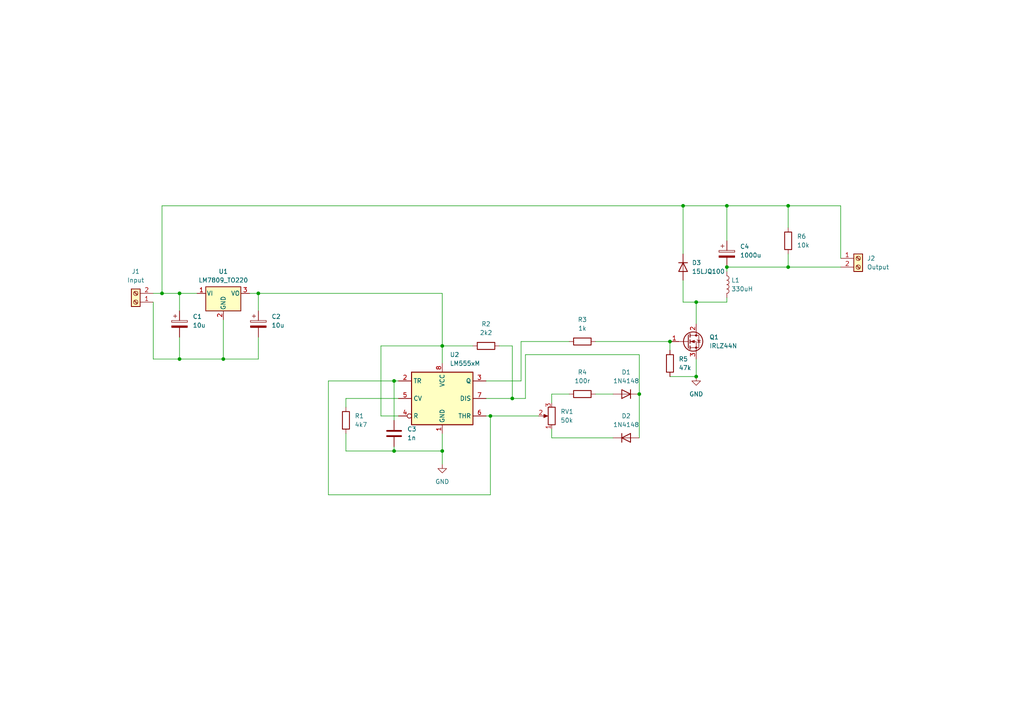
<source format=kicad_sch>
(kicad_sch
	(version 20231120)
	(generator "eeschema")
	(generator_version "8.0")
	(uuid "fabca0c2-41fd-41d6-8428-38d3e3cf3dec")
	(paper "A4")
	(lib_symbols
		(symbol "Connector:Screw_Terminal_01x02"
			(pin_names
				(offset 1.016) hide)
			(exclude_from_sim no)
			(in_bom yes)
			(on_board yes)
			(property "Reference" "J"
				(at 0 2.54 0)
				(effects
					(font
						(size 1.27 1.27)
					)
				)
			)
			(property "Value" "Screw_Terminal_01x02"
				(at 0 -5.08 0)
				(effects
					(font
						(size 1.27 1.27)
					)
				)
			)
			(property "Footprint" ""
				(at 0 0 0)
				(effects
					(font
						(size 1.27 1.27)
					)
					(hide yes)
				)
			)
			(property "Datasheet" "~"
				(at 0 0 0)
				(effects
					(font
						(size 1.27 1.27)
					)
					(hide yes)
				)
			)
			(property "Description" "Generic screw terminal, single row, 01x02, script generated (kicad-library-utils/schlib/autogen/connector/)"
				(at 0 0 0)
				(effects
					(font
						(size 1.27 1.27)
					)
					(hide yes)
				)
			)
			(property "ki_keywords" "screw terminal"
				(at 0 0 0)
				(effects
					(font
						(size 1.27 1.27)
					)
					(hide yes)
				)
			)
			(property "ki_fp_filters" "TerminalBlock*:*"
				(at 0 0 0)
				(effects
					(font
						(size 1.27 1.27)
					)
					(hide yes)
				)
			)
			(symbol "Screw_Terminal_01x02_1_1"
				(rectangle
					(start -1.27 1.27)
					(end 1.27 -3.81)
					(stroke
						(width 0.254)
						(type default)
					)
					(fill
						(type background)
					)
				)
				(circle
					(center 0 -2.54)
					(radius 0.635)
					(stroke
						(width 0.1524)
						(type default)
					)
					(fill
						(type none)
					)
				)
				(polyline
					(pts
						(xy -0.5334 -2.2098) (xy 0.3302 -3.048)
					)
					(stroke
						(width 0.1524)
						(type default)
					)
					(fill
						(type none)
					)
				)
				(polyline
					(pts
						(xy -0.5334 0.3302) (xy 0.3302 -0.508)
					)
					(stroke
						(width 0.1524)
						(type default)
					)
					(fill
						(type none)
					)
				)
				(polyline
					(pts
						(xy -0.3556 -2.032) (xy 0.508 -2.8702)
					)
					(stroke
						(width 0.1524)
						(type default)
					)
					(fill
						(type none)
					)
				)
				(polyline
					(pts
						(xy -0.3556 0.508) (xy 0.508 -0.3302)
					)
					(stroke
						(width 0.1524)
						(type default)
					)
					(fill
						(type none)
					)
				)
				(circle
					(center 0 0)
					(radius 0.635)
					(stroke
						(width 0.1524)
						(type default)
					)
					(fill
						(type none)
					)
				)
				(pin passive line
					(at -5.08 0 0)
					(length 3.81)
					(name "Pin_1"
						(effects
							(font
								(size 1.27 1.27)
							)
						)
					)
					(number "1"
						(effects
							(font
								(size 1.27 1.27)
							)
						)
					)
				)
				(pin passive line
					(at -5.08 -2.54 0)
					(length 3.81)
					(name "Pin_2"
						(effects
							(font
								(size 1.27 1.27)
							)
						)
					)
					(number "2"
						(effects
							(font
								(size 1.27 1.27)
							)
						)
					)
				)
			)
		)
		(symbol "Device:C"
			(pin_numbers hide)
			(pin_names
				(offset 0.254)
			)
			(exclude_from_sim no)
			(in_bom yes)
			(on_board yes)
			(property "Reference" "C"
				(at 0.635 2.54 0)
				(effects
					(font
						(size 1.27 1.27)
					)
					(justify left)
				)
			)
			(property "Value" "C"
				(at 0.635 -2.54 0)
				(effects
					(font
						(size 1.27 1.27)
					)
					(justify left)
				)
			)
			(property "Footprint" ""
				(at 0.9652 -3.81 0)
				(effects
					(font
						(size 1.27 1.27)
					)
					(hide yes)
				)
			)
			(property "Datasheet" "~"
				(at 0 0 0)
				(effects
					(font
						(size 1.27 1.27)
					)
					(hide yes)
				)
			)
			(property "Description" "Unpolarized capacitor"
				(at 0 0 0)
				(effects
					(font
						(size 1.27 1.27)
					)
					(hide yes)
				)
			)
			(property "ki_keywords" "cap capacitor"
				(at 0 0 0)
				(effects
					(font
						(size 1.27 1.27)
					)
					(hide yes)
				)
			)
			(property "ki_fp_filters" "C_*"
				(at 0 0 0)
				(effects
					(font
						(size 1.27 1.27)
					)
					(hide yes)
				)
			)
			(symbol "C_0_1"
				(polyline
					(pts
						(xy -2.032 -0.762) (xy 2.032 -0.762)
					)
					(stroke
						(width 0.508)
						(type default)
					)
					(fill
						(type none)
					)
				)
				(polyline
					(pts
						(xy -2.032 0.762) (xy 2.032 0.762)
					)
					(stroke
						(width 0.508)
						(type default)
					)
					(fill
						(type none)
					)
				)
			)
			(symbol "C_1_1"
				(pin passive line
					(at 0 3.81 270)
					(length 2.794)
					(name "~"
						(effects
							(font
								(size 1.27 1.27)
							)
						)
					)
					(number "1"
						(effects
							(font
								(size 1.27 1.27)
							)
						)
					)
				)
				(pin passive line
					(at 0 -3.81 90)
					(length 2.794)
					(name "~"
						(effects
							(font
								(size 1.27 1.27)
							)
						)
					)
					(number "2"
						(effects
							(font
								(size 1.27 1.27)
							)
						)
					)
				)
			)
		)
		(symbol "Device:C_Polarized"
			(pin_numbers hide)
			(pin_names
				(offset 0.254)
			)
			(exclude_from_sim no)
			(in_bom yes)
			(on_board yes)
			(property "Reference" "C"
				(at 0.635 2.54 0)
				(effects
					(font
						(size 1.27 1.27)
					)
					(justify left)
				)
			)
			(property "Value" "C_Polarized"
				(at 0.635 -2.54 0)
				(effects
					(font
						(size 1.27 1.27)
					)
					(justify left)
				)
			)
			(property "Footprint" ""
				(at 0.9652 -3.81 0)
				(effects
					(font
						(size 1.27 1.27)
					)
					(hide yes)
				)
			)
			(property "Datasheet" "~"
				(at 0 0 0)
				(effects
					(font
						(size 1.27 1.27)
					)
					(hide yes)
				)
			)
			(property "Description" "Polarized capacitor"
				(at 0 0 0)
				(effects
					(font
						(size 1.27 1.27)
					)
					(hide yes)
				)
			)
			(property "ki_keywords" "cap capacitor"
				(at 0 0 0)
				(effects
					(font
						(size 1.27 1.27)
					)
					(hide yes)
				)
			)
			(property "ki_fp_filters" "CP_*"
				(at 0 0 0)
				(effects
					(font
						(size 1.27 1.27)
					)
					(hide yes)
				)
			)
			(symbol "C_Polarized_0_1"
				(rectangle
					(start -2.286 0.508)
					(end 2.286 1.016)
					(stroke
						(width 0)
						(type default)
					)
					(fill
						(type none)
					)
				)
				(polyline
					(pts
						(xy -1.778 2.286) (xy -0.762 2.286)
					)
					(stroke
						(width 0)
						(type default)
					)
					(fill
						(type none)
					)
				)
				(polyline
					(pts
						(xy -1.27 2.794) (xy -1.27 1.778)
					)
					(stroke
						(width 0)
						(type default)
					)
					(fill
						(type none)
					)
				)
				(rectangle
					(start 2.286 -0.508)
					(end -2.286 -1.016)
					(stroke
						(width 0)
						(type default)
					)
					(fill
						(type outline)
					)
				)
			)
			(symbol "C_Polarized_1_1"
				(pin passive line
					(at 0 3.81 270)
					(length 2.794)
					(name "~"
						(effects
							(font
								(size 1.27 1.27)
							)
						)
					)
					(number "1"
						(effects
							(font
								(size 1.27 1.27)
							)
						)
					)
				)
				(pin passive line
					(at 0 -3.81 90)
					(length 2.794)
					(name "~"
						(effects
							(font
								(size 1.27 1.27)
							)
						)
					)
					(number "2"
						(effects
							(font
								(size 1.27 1.27)
							)
						)
					)
				)
			)
		)
		(symbol "Device:D"
			(pin_numbers hide)
			(pin_names
				(offset 1.016) hide)
			(exclude_from_sim no)
			(in_bom yes)
			(on_board yes)
			(property "Reference" "D"
				(at 0 2.54 0)
				(effects
					(font
						(size 1.27 1.27)
					)
				)
			)
			(property "Value" "D"
				(at 0 -2.54 0)
				(effects
					(font
						(size 1.27 1.27)
					)
				)
			)
			(property "Footprint" ""
				(at 0 0 0)
				(effects
					(font
						(size 1.27 1.27)
					)
					(hide yes)
				)
			)
			(property "Datasheet" "~"
				(at 0 0 0)
				(effects
					(font
						(size 1.27 1.27)
					)
					(hide yes)
				)
			)
			(property "Description" "Diode"
				(at 0 0 0)
				(effects
					(font
						(size 1.27 1.27)
					)
					(hide yes)
				)
			)
			(property "Sim.Device" "D"
				(at 0 0 0)
				(effects
					(font
						(size 1.27 1.27)
					)
					(hide yes)
				)
			)
			(property "Sim.Pins" "1=K 2=A"
				(at 0 0 0)
				(effects
					(font
						(size 1.27 1.27)
					)
					(hide yes)
				)
			)
			(property "ki_keywords" "diode"
				(at 0 0 0)
				(effects
					(font
						(size 1.27 1.27)
					)
					(hide yes)
				)
			)
			(property "ki_fp_filters" "TO-???* *_Diode_* *SingleDiode* D_*"
				(at 0 0 0)
				(effects
					(font
						(size 1.27 1.27)
					)
					(hide yes)
				)
			)
			(symbol "D_0_1"
				(polyline
					(pts
						(xy -1.27 1.27) (xy -1.27 -1.27)
					)
					(stroke
						(width 0.254)
						(type default)
					)
					(fill
						(type none)
					)
				)
				(polyline
					(pts
						(xy 1.27 0) (xy -1.27 0)
					)
					(stroke
						(width 0)
						(type default)
					)
					(fill
						(type none)
					)
				)
				(polyline
					(pts
						(xy 1.27 1.27) (xy 1.27 -1.27) (xy -1.27 0) (xy 1.27 1.27)
					)
					(stroke
						(width 0.254)
						(type default)
					)
					(fill
						(type none)
					)
				)
			)
			(symbol "D_1_1"
				(pin passive line
					(at -3.81 0 0)
					(length 2.54)
					(name "K"
						(effects
							(font
								(size 1.27 1.27)
							)
						)
					)
					(number "1"
						(effects
							(font
								(size 1.27 1.27)
							)
						)
					)
				)
				(pin passive line
					(at 3.81 0 180)
					(length 2.54)
					(name "A"
						(effects
							(font
								(size 1.27 1.27)
							)
						)
					)
					(number "2"
						(effects
							(font
								(size 1.27 1.27)
							)
						)
					)
				)
			)
		)
		(symbol "Device:L"
			(pin_numbers hide)
			(pin_names
				(offset 1.016) hide)
			(exclude_from_sim no)
			(in_bom yes)
			(on_board yes)
			(property "Reference" "L"
				(at -1.27 0 90)
				(effects
					(font
						(size 1.27 1.27)
					)
				)
			)
			(property "Value" "L"
				(at 1.905 0 90)
				(effects
					(font
						(size 1.27 1.27)
					)
				)
			)
			(property "Footprint" ""
				(at 0 0 0)
				(effects
					(font
						(size 1.27 1.27)
					)
					(hide yes)
				)
			)
			(property "Datasheet" "~"
				(at 0 0 0)
				(effects
					(font
						(size 1.27 1.27)
					)
					(hide yes)
				)
			)
			(property "Description" "Inductor"
				(at 0 0 0)
				(effects
					(font
						(size 1.27 1.27)
					)
					(hide yes)
				)
			)
			(property "ki_keywords" "inductor choke coil reactor magnetic"
				(at 0 0 0)
				(effects
					(font
						(size 1.27 1.27)
					)
					(hide yes)
				)
			)
			(property "ki_fp_filters" "Choke_* *Coil* Inductor_* L_*"
				(at 0 0 0)
				(effects
					(font
						(size 1.27 1.27)
					)
					(hide yes)
				)
			)
			(symbol "L_0_1"
				(arc
					(start 0 -2.54)
					(mid 0.6323 -1.905)
					(end 0 -1.27)
					(stroke
						(width 0)
						(type default)
					)
					(fill
						(type none)
					)
				)
				(arc
					(start 0 -1.27)
					(mid 0.6323 -0.635)
					(end 0 0)
					(stroke
						(width 0)
						(type default)
					)
					(fill
						(type none)
					)
				)
				(arc
					(start 0 0)
					(mid 0.6323 0.635)
					(end 0 1.27)
					(stroke
						(width 0)
						(type default)
					)
					(fill
						(type none)
					)
				)
				(arc
					(start 0 1.27)
					(mid 0.6323 1.905)
					(end 0 2.54)
					(stroke
						(width 0)
						(type default)
					)
					(fill
						(type none)
					)
				)
			)
			(symbol "L_1_1"
				(pin passive line
					(at 0 3.81 270)
					(length 1.27)
					(name "1"
						(effects
							(font
								(size 1.27 1.27)
							)
						)
					)
					(number "1"
						(effects
							(font
								(size 1.27 1.27)
							)
						)
					)
				)
				(pin passive line
					(at 0 -3.81 90)
					(length 1.27)
					(name "2"
						(effects
							(font
								(size 1.27 1.27)
							)
						)
					)
					(number "2"
						(effects
							(font
								(size 1.27 1.27)
							)
						)
					)
				)
			)
		)
		(symbol "Device:R"
			(pin_numbers hide)
			(pin_names
				(offset 0)
			)
			(exclude_from_sim no)
			(in_bom yes)
			(on_board yes)
			(property "Reference" "R"
				(at 2.032 0 90)
				(effects
					(font
						(size 1.27 1.27)
					)
				)
			)
			(property "Value" "R"
				(at 0 0 90)
				(effects
					(font
						(size 1.27 1.27)
					)
				)
			)
			(property "Footprint" ""
				(at -1.778 0 90)
				(effects
					(font
						(size 1.27 1.27)
					)
					(hide yes)
				)
			)
			(property "Datasheet" "~"
				(at 0 0 0)
				(effects
					(font
						(size 1.27 1.27)
					)
					(hide yes)
				)
			)
			(property "Description" "Resistor"
				(at 0 0 0)
				(effects
					(font
						(size 1.27 1.27)
					)
					(hide yes)
				)
			)
			(property "ki_keywords" "R res resistor"
				(at 0 0 0)
				(effects
					(font
						(size 1.27 1.27)
					)
					(hide yes)
				)
			)
			(property "ki_fp_filters" "R_*"
				(at 0 0 0)
				(effects
					(font
						(size 1.27 1.27)
					)
					(hide yes)
				)
			)
			(symbol "R_0_1"
				(rectangle
					(start -1.016 -2.54)
					(end 1.016 2.54)
					(stroke
						(width 0.254)
						(type default)
					)
					(fill
						(type none)
					)
				)
			)
			(symbol "R_1_1"
				(pin passive line
					(at 0 3.81 270)
					(length 1.27)
					(name "~"
						(effects
							(font
								(size 1.27 1.27)
							)
						)
					)
					(number "1"
						(effects
							(font
								(size 1.27 1.27)
							)
						)
					)
				)
				(pin passive line
					(at 0 -3.81 90)
					(length 1.27)
					(name "~"
						(effects
							(font
								(size 1.27 1.27)
							)
						)
					)
					(number "2"
						(effects
							(font
								(size 1.27 1.27)
							)
						)
					)
				)
			)
		)
		(symbol "Device:R_Potentiometer"
			(pin_names
				(offset 1.016) hide)
			(exclude_from_sim no)
			(in_bom yes)
			(on_board yes)
			(property "Reference" "RV"
				(at -4.445 0 90)
				(effects
					(font
						(size 1.27 1.27)
					)
				)
			)
			(property "Value" "R_Potentiometer"
				(at -2.54 0 90)
				(effects
					(font
						(size 1.27 1.27)
					)
				)
			)
			(property "Footprint" ""
				(at 0 0 0)
				(effects
					(font
						(size 1.27 1.27)
					)
					(hide yes)
				)
			)
			(property "Datasheet" "~"
				(at 0 0 0)
				(effects
					(font
						(size 1.27 1.27)
					)
					(hide yes)
				)
			)
			(property "Description" "Potentiometer"
				(at 0 0 0)
				(effects
					(font
						(size 1.27 1.27)
					)
					(hide yes)
				)
			)
			(property "ki_keywords" "resistor variable"
				(at 0 0 0)
				(effects
					(font
						(size 1.27 1.27)
					)
					(hide yes)
				)
			)
			(property "ki_fp_filters" "Potentiometer*"
				(at 0 0 0)
				(effects
					(font
						(size 1.27 1.27)
					)
					(hide yes)
				)
			)
			(symbol "R_Potentiometer_0_1"
				(polyline
					(pts
						(xy 2.54 0) (xy 1.524 0)
					)
					(stroke
						(width 0)
						(type default)
					)
					(fill
						(type none)
					)
				)
				(polyline
					(pts
						(xy 1.143 0) (xy 2.286 0.508) (xy 2.286 -0.508) (xy 1.143 0)
					)
					(stroke
						(width 0)
						(type default)
					)
					(fill
						(type outline)
					)
				)
				(rectangle
					(start 1.016 2.54)
					(end -1.016 -2.54)
					(stroke
						(width 0.254)
						(type default)
					)
					(fill
						(type none)
					)
				)
			)
			(symbol "R_Potentiometer_1_1"
				(pin passive line
					(at 0 3.81 270)
					(length 1.27)
					(name "1"
						(effects
							(font
								(size 1.27 1.27)
							)
						)
					)
					(number "1"
						(effects
							(font
								(size 1.27 1.27)
							)
						)
					)
				)
				(pin passive line
					(at 3.81 0 180)
					(length 1.27)
					(name "2"
						(effects
							(font
								(size 1.27 1.27)
							)
						)
					)
					(number "2"
						(effects
							(font
								(size 1.27 1.27)
							)
						)
					)
				)
				(pin passive line
					(at 0 -3.81 90)
					(length 1.27)
					(name "3"
						(effects
							(font
								(size 1.27 1.27)
							)
						)
					)
					(number "3"
						(effects
							(font
								(size 1.27 1.27)
							)
						)
					)
				)
			)
		)
		(symbol "Regulator_Linear:LM7809_TO220"
			(pin_names
				(offset 0.254)
			)
			(exclude_from_sim no)
			(in_bom yes)
			(on_board yes)
			(property "Reference" "U"
				(at -3.81 3.175 0)
				(effects
					(font
						(size 1.27 1.27)
					)
				)
			)
			(property "Value" "LM7809_TO220"
				(at 0 3.175 0)
				(effects
					(font
						(size 1.27 1.27)
					)
					(justify left)
				)
			)
			(property "Footprint" "Package_TO_SOT_THT:TO-220-3_Vertical"
				(at 0 5.715 0)
				(effects
					(font
						(size 1.27 1.27)
						(italic yes)
					)
					(hide yes)
				)
			)
			(property "Datasheet" "https://www.onsemi.cn/PowerSolutions/document/MC7800-D.PDF"
				(at 0 -1.27 0)
				(effects
					(font
						(size 1.27 1.27)
					)
					(hide yes)
				)
			)
			(property "Description" "Positive 1A 35V Linear Regulator, Fixed Output 9V, TO-220"
				(at 0 0 0)
				(effects
					(font
						(size 1.27 1.27)
					)
					(hide yes)
				)
			)
			(property "ki_keywords" "Voltage Regulator 1A Positive"
				(at 0 0 0)
				(effects
					(font
						(size 1.27 1.27)
					)
					(hide yes)
				)
			)
			(property "ki_fp_filters" "TO?220*"
				(at 0 0 0)
				(effects
					(font
						(size 1.27 1.27)
					)
					(hide yes)
				)
			)
			(symbol "LM7809_TO220_0_1"
				(rectangle
					(start -5.08 1.905)
					(end 5.08 -5.08)
					(stroke
						(width 0.254)
						(type default)
					)
					(fill
						(type background)
					)
				)
			)
			(symbol "LM7809_TO220_1_1"
				(pin power_in line
					(at -7.62 0 0)
					(length 2.54)
					(name "VI"
						(effects
							(font
								(size 1.27 1.27)
							)
						)
					)
					(number "1"
						(effects
							(font
								(size 1.27 1.27)
							)
						)
					)
				)
				(pin power_in line
					(at 0 -7.62 90)
					(length 2.54)
					(name "GND"
						(effects
							(font
								(size 1.27 1.27)
							)
						)
					)
					(number "2"
						(effects
							(font
								(size 1.27 1.27)
							)
						)
					)
				)
				(pin power_out line
					(at 7.62 0 180)
					(length 2.54)
					(name "VO"
						(effects
							(font
								(size 1.27 1.27)
							)
						)
					)
					(number "3"
						(effects
							(font
								(size 1.27 1.27)
							)
						)
					)
				)
			)
		)
		(symbol "Timer:LM555xM"
			(exclude_from_sim no)
			(in_bom yes)
			(on_board yes)
			(property "Reference" "U"
				(at -10.16 8.89 0)
				(effects
					(font
						(size 1.27 1.27)
					)
					(justify left)
				)
			)
			(property "Value" "LM555xM"
				(at 2.54 8.89 0)
				(effects
					(font
						(size 1.27 1.27)
					)
					(justify left)
				)
			)
			(property "Footprint" "Package_SO:SOIC-8_3.9x4.9mm_P1.27mm"
				(at 21.59 -10.16 0)
				(effects
					(font
						(size 1.27 1.27)
					)
					(hide yes)
				)
			)
			(property "Datasheet" "http://www.ti.com/lit/ds/symlink/lm555.pdf"
				(at 21.59 -10.16 0)
				(effects
					(font
						(size 1.27 1.27)
					)
					(hide yes)
				)
			)
			(property "Description" "Timer, 555 compatible, SOIC-8"
				(at 0 0 0)
				(effects
					(font
						(size 1.27 1.27)
					)
					(hide yes)
				)
			)
			(property "ki_keywords" "single timer 555"
				(at 0 0 0)
				(effects
					(font
						(size 1.27 1.27)
					)
					(hide yes)
				)
			)
			(property "ki_fp_filters" "SOIC*3.9x4.9mm*P1.27mm*"
				(at 0 0 0)
				(effects
					(font
						(size 1.27 1.27)
					)
					(hide yes)
				)
			)
			(symbol "LM555xM_0_0"
				(pin power_in line
					(at 0 -10.16 90)
					(length 2.54)
					(name "GND"
						(effects
							(font
								(size 1.27 1.27)
							)
						)
					)
					(number "1"
						(effects
							(font
								(size 1.27 1.27)
							)
						)
					)
				)
				(pin power_in line
					(at 0 10.16 270)
					(length 2.54)
					(name "VCC"
						(effects
							(font
								(size 1.27 1.27)
							)
						)
					)
					(number "8"
						(effects
							(font
								(size 1.27 1.27)
							)
						)
					)
				)
			)
			(symbol "LM555xM_0_1"
				(rectangle
					(start -8.89 -7.62)
					(end 8.89 7.62)
					(stroke
						(width 0.254)
						(type default)
					)
					(fill
						(type background)
					)
				)
				(rectangle
					(start -8.89 -7.62)
					(end 8.89 7.62)
					(stroke
						(width 0.254)
						(type default)
					)
					(fill
						(type background)
					)
				)
			)
			(symbol "LM555xM_1_1"
				(pin input line
					(at -12.7 5.08 0)
					(length 3.81)
					(name "TR"
						(effects
							(font
								(size 1.27 1.27)
							)
						)
					)
					(number "2"
						(effects
							(font
								(size 1.27 1.27)
							)
						)
					)
				)
				(pin output line
					(at 12.7 5.08 180)
					(length 3.81)
					(name "Q"
						(effects
							(font
								(size 1.27 1.27)
							)
						)
					)
					(number "3"
						(effects
							(font
								(size 1.27 1.27)
							)
						)
					)
				)
				(pin input inverted
					(at -12.7 -5.08 0)
					(length 3.81)
					(name "R"
						(effects
							(font
								(size 1.27 1.27)
							)
						)
					)
					(number "4"
						(effects
							(font
								(size 1.27 1.27)
							)
						)
					)
				)
				(pin input line
					(at -12.7 0 0)
					(length 3.81)
					(name "CV"
						(effects
							(font
								(size 1.27 1.27)
							)
						)
					)
					(number "5"
						(effects
							(font
								(size 1.27 1.27)
							)
						)
					)
				)
				(pin input line
					(at 12.7 -5.08 180)
					(length 3.81)
					(name "THR"
						(effects
							(font
								(size 1.27 1.27)
							)
						)
					)
					(number "6"
						(effects
							(font
								(size 1.27 1.27)
							)
						)
					)
				)
				(pin input line
					(at 12.7 0 180)
					(length 3.81)
					(name "DIS"
						(effects
							(font
								(size 1.27 1.27)
							)
						)
					)
					(number "7"
						(effects
							(font
								(size 1.27 1.27)
							)
						)
					)
				)
			)
		)
		(symbol "Transistor_FET:IRLZ44N"
			(pin_names hide)
			(exclude_from_sim no)
			(in_bom yes)
			(on_board yes)
			(property "Reference" "Q"
				(at 5.08 1.905 0)
				(effects
					(font
						(size 1.27 1.27)
					)
					(justify left)
				)
			)
			(property "Value" "IRLZ44N"
				(at 5.08 0 0)
				(effects
					(font
						(size 1.27 1.27)
					)
					(justify left)
				)
			)
			(property "Footprint" "Package_TO_SOT_THT:TO-220-3_Vertical"
				(at 5.08 -1.905 0)
				(effects
					(font
						(size 1.27 1.27)
						(italic yes)
					)
					(justify left)
					(hide yes)
				)
			)
			(property "Datasheet" "http://www.irf.com/product-info/datasheets/data/irlz44n.pdf"
				(at 5.08 -3.81 0)
				(effects
					(font
						(size 1.27 1.27)
					)
					(justify left)
					(hide yes)
				)
			)
			(property "Description" "47A Id, 55V Vds, 22mOhm Rds Single N-Channel HEXFET Power MOSFET, TO-220AB"
				(at 0 0 0)
				(effects
					(font
						(size 1.27 1.27)
					)
					(hide yes)
				)
			)
			(property "ki_keywords" "N-Channel HEXFET MOSFET Logic-Level"
				(at 0 0 0)
				(effects
					(font
						(size 1.27 1.27)
					)
					(hide yes)
				)
			)
			(property "ki_fp_filters" "TO?220*"
				(at 0 0 0)
				(effects
					(font
						(size 1.27 1.27)
					)
					(hide yes)
				)
			)
			(symbol "IRLZ44N_0_1"
				(polyline
					(pts
						(xy 0.254 0) (xy -2.54 0)
					)
					(stroke
						(width 0)
						(type default)
					)
					(fill
						(type none)
					)
				)
				(polyline
					(pts
						(xy 0.254 1.905) (xy 0.254 -1.905)
					)
					(stroke
						(width 0.254)
						(type default)
					)
					(fill
						(type none)
					)
				)
				(polyline
					(pts
						(xy 0.762 -1.27) (xy 0.762 -2.286)
					)
					(stroke
						(width 0.254)
						(type default)
					)
					(fill
						(type none)
					)
				)
				(polyline
					(pts
						(xy 0.762 0.508) (xy 0.762 -0.508)
					)
					(stroke
						(width 0.254)
						(type default)
					)
					(fill
						(type none)
					)
				)
				(polyline
					(pts
						(xy 0.762 2.286) (xy 0.762 1.27)
					)
					(stroke
						(width 0.254)
						(type default)
					)
					(fill
						(type none)
					)
				)
				(polyline
					(pts
						(xy 2.54 2.54) (xy 2.54 1.778)
					)
					(stroke
						(width 0)
						(type default)
					)
					(fill
						(type none)
					)
				)
				(polyline
					(pts
						(xy 2.54 -2.54) (xy 2.54 0) (xy 0.762 0)
					)
					(stroke
						(width 0)
						(type default)
					)
					(fill
						(type none)
					)
				)
				(polyline
					(pts
						(xy 0.762 -1.778) (xy 3.302 -1.778) (xy 3.302 1.778) (xy 0.762 1.778)
					)
					(stroke
						(width 0)
						(type default)
					)
					(fill
						(type none)
					)
				)
				(polyline
					(pts
						(xy 1.016 0) (xy 2.032 0.381) (xy 2.032 -0.381) (xy 1.016 0)
					)
					(stroke
						(width 0)
						(type default)
					)
					(fill
						(type outline)
					)
				)
				(polyline
					(pts
						(xy 2.794 0.508) (xy 2.921 0.381) (xy 3.683 0.381) (xy 3.81 0.254)
					)
					(stroke
						(width 0)
						(type default)
					)
					(fill
						(type none)
					)
				)
				(polyline
					(pts
						(xy 3.302 0.381) (xy 2.921 -0.254) (xy 3.683 -0.254) (xy 3.302 0.381)
					)
					(stroke
						(width 0)
						(type default)
					)
					(fill
						(type none)
					)
				)
				(circle
					(center 1.651 0)
					(radius 2.794)
					(stroke
						(width 0.254)
						(type default)
					)
					(fill
						(type none)
					)
				)
				(circle
					(center 2.54 -1.778)
					(radius 0.254)
					(stroke
						(width 0)
						(type default)
					)
					(fill
						(type outline)
					)
				)
				(circle
					(center 2.54 1.778)
					(radius 0.254)
					(stroke
						(width 0)
						(type default)
					)
					(fill
						(type outline)
					)
				)
			)
			(symbol "IRLZ44N_1_1"
				(pin input line
					(at -5.08 0 0)
					(length 2.54)
					(name "G"
						(effects
							(font
								(size 1.27 1.27)
							)
						)
					)
					(number "1"
						(effects
							(font
								(size 1.27 1.27)
							)
						)
					)
				)
				(pin passive line
					(at 2.54 5.08 270)
					(length 2.54)
					(name "D"
						(effects
							(font
								(size 1.27 1.27)
							)
						)
					)
					(number "2"
						(effects
							(font
								(size 1.27 1.27)
							)
						)
					)
				)
				(pin passive line
					(at 2.54 -5.08 90)
					(length 2.54)
					(name "S"
						(effects
							(font
								(size 1.27 1.27)
							)
						)
					)
					(number "3"
						(effects
							(font
								(size 1.27 1.27)
							)
						)
					)
				)
			)
		)
		(symbol "power:GND"
			(power)
			(pin_numbers hide)
			(pin_names
				(offset 0) hide)
			(exclude_from_sim no)
			(in_bom yes)
			(on_board yes)
			(property "Reference" "#PWR"
				(at 0 -6.35 0)
				(effects
					(font
						(size 1.27 1.27)
					)
					(hide yes)
				)
			)
			(property "Value" "GND"
				(at 0 -3.81 0)
				(effects
					(font
						(size 1.27 1.27)
					)
				)
			)
			(property "Footprint" ""
				(at 0 0 0)
				(effects
					(font
						(size 1.27 1.27)
					)
					(hide yes)
				)
			)
			(property "Datasheet" ""
				(at 0 0 0)
				(effects
					(font
						(size 1.27 1.27)
					)
					(hide yes)
				)
			)
			(property "Description" "Power symbol creates a global label with name \"GND\" , ground"
				(at 0 0 0)
				(effects
					(font
						(size 1.27 1.27)
					)
					(hide yes)
				)
			)
			(property "ki_keywords" "global power"
				(at 0 0 0)
				(effects
					(font
						(size 1.27 1.27)
					)
					(hide yes)
				)
			)
			(symbol "GND_0_1"
				(polyline
					(pts
						(xy 0 0) (xy 0 -1.27) (xy 1.27 -1.27) (xy 0 -2.54) (xy -1.27 -1.27) (xy 0 -1.27)
					)
					(stroke
						(width 0)
						(type default)
					)
					(fill
						(type none)
					)
				)
			)
			(symbol "GND_1_1"
				(pin power_in line
					(at 0 0 270)
					(length 0)
					(name "~"
						(effects
							(font
								(size 1.27 1.27)
							)
						)
					)
					(number "1"
						(effects
							(font
								(size 1.27 1.27)
							)
						)
					)
				)
			)
		)
	)
	(junction
		(at 201.93 87.63)
		(diameter 0)
		(color 0 0 0 0)
		(uuid "07d21327-2674-48c1-9511-f9d0be0656fb")
	)
	(junction
		(at 228.6 77.47)
		(diameter 0)
		(color 0 0 0 0)
		(uuid "0810d158-bed7-4ee3-bde5-302ef08ae0bb")
	)
	(junction
		(at 148.59 115.57)
		(diameter 0)
		(color 0 0 0 0)
		(uuid "0eb2c655-6ceb-482a-94b9-1abd210a7c2b")
	)
	(junction
		(at 114.3 130.81)
		(diameter 0)
		(color 0 0 0 0)
		(uuid "1ca2c8f4-8484-4723-88a8-6912a00fb9ed")
	)
	(junction
		(at 64.77 104.14)
		(diameter 0)
		(color 0 0 0 0)
		(uuid "1e6bf445-3e93-488b-988e-60406bbe9f34")
	)
	(junction
		(at 52.07 85.09)
		(diameter 0)
		(color 0 0 0 0)
		(uuid "2081a9a0-7f81-49c5-94a0-caece9955fc4")
	)
	(junction
		(at 228.6 59.69)
		(diameter 0)
		(color 0 0 0 0)
		(uuid "31aed73a-2e26-41b4-a894-e563a8396fc3")
	)
	(junction
		(at 114.3 110.49)
		(diameter 0)
		(color 0 0 0 0)
		(uuid "3246f3c7-ca44-49d0-8279-27b7e064716d")
	)
	(junction
		(at 74.93 85.09)
		(diameter 0)
		(color 0 0 0 0)
		(uuid "4f1a8f99-e6dc-424a-a391-6e9316ee2017")
	)
	(junction
		(at 198.12 59.69)
		(diameter 0)
		(color 0 0 0 0)
		(uuid "6d70f3fd-7745-461e-adb4-851d67413ea5")
	)
	(junction
		(at 210.82 77.47)
		(diameter 0)
		(color 0 0 0 0)
		(uuid "8307b49f-a440-4e41-9b0a-8909939ab7e6")
	)
	(junction
		(at 201.93 109.22)
		(diameter 0)
		(color 0 0 0 0)
		(uuid "8b1f9b04-b90b-4262-9962-60da1f587619")
	)
	(junction
		(at 128.27 100.33)
		(diameter 0)
		(color 0 0 0 0)
		(uuid "93fcad7d-c64c-4d07-8ac8-d9f88a26111f")
	)
	(junction
		(at 210.82 59.69)
		(diameter 0)
		(color 0 0 0 0)
		(uuid "9d222927-e356-4a8f-b2e5-b6c171acedfa")
	)
	(junction
		(at 46.99 85.09)
		(diameter 0)
		(color 0 0 0 0)
		(uuid "9fdc0056-1f53-4543-9e46-5e31479a5114")
	)
	(junction
		(at 194.31 99.06)
		(diameter 0)
		(color 0 0 0 0)
		(uuid "c4475306-4874-4edf-b785-05cd896cabf2")
	)
	(junction
		(at 142.24 120.65)
		(diameter 0)
		(color 0 0 0 0)
		(uuid "c878b287-ebd4-4061-bbf5-d776c0d5dc96")
	)
	(junction
		(at 128.27 130.81)
		(diameter 0)
		(color 0 0 0 0)
		(uuid "d923e2df-bccf-44f7-b7fa-632b45ec0187")
	)
	(junction
		(at 52.07 104.14)
		(diameter 0)
		(color 0 0 0 0)
		(uuid "db277ae3-4e8e-4bbb-946f-fa30db12dc1e")
	)
	(junction
		(at 185.42 114.3)
		(diameter 0)
		(color 0 0 0 0)
		(uuid "f9da069d-4996-4350-aea7-bf982407ee52")
	)
	(wire
		(pts
			(xy 160.02 124.46) (xy 160.02 127)
		)
		(stroke
			(width 0)
			(type default)
		)
		(uuid "0637a947-483c-47e9-85b4-9826e6a8ce8b")
	)
	(wire
		(pts
			(xy 115.57 120.65) (xy 110.49 120.65)
		)
		(stroke
			(width 0)
			(type default)
		)
		(uuid "15565014-da90-4ab4-9526-bedd27d2d24a")
	)
	(wire
		(pts
			(xy 210.82 86.36) (xy 210.82 87.63)
		)
		(stroke
			(width 0)
			(type default)
		)
		(uuid "19927925-341d-4fe7-8dc5-5b53ebe93029")
	)
	(wire
		(pts
			(xy 128.27 100.33) (xy 137.16 100.33)
		)
		(stroke
			(width 0)
			(type default)
		)
		(uuid "19df481b-3cf2-4616-98a7-345c6062de10")
	)
	(wire
		(pts
			(xy 114.3 130.81) (xy 128.27 130.81)
		)
		(stroke
			(width 0)
			(type default)
		)
		(uuid "1edd58f4-4093-49c1-9e78-e394b60e789e")
	)
	(wire
		(pts
			(xy 115.57 110.49) (xy 114.3 110.49)
		)
		(stroke
			(width 0)
			(type default)
		)
		(uuid "26e6fb65-055c-4ccd-9759-60d58a1fd54f")
	)
	(wire
		(pts
			(xy 100.33 125.73) (xy 100.33 130.81)
		)
		(stroke
			(width 0)
			(type default)
		)
		(uuid "27a0b242-f5c9-4b43-a604-4a8cb2129b4a")
	)
	(wire
		(pts
			(xy 160.02 116.84) (xy 160.02 114.3)
		)
		(stroke
			(width 0)
			(type default)
		)
		(uuid "289b70ab-3c2c-4976-a2d5-c529ebd22891")
	)
	(wire
		(pts
			(xy 142.24 143.51) (xy 142.24 120.65)
		)
		(stroke
			(width 0)
			(type default)
		)
		(uuid "28a62f7a-51eb-4ece-921c-8758259412ea")
	)
	(wire
		(pts
			(xy 46.99 85.09) (xy 52.07 85.09)
		)
		(stroke
			(width 0)
			(type default)
		)
		(uuid "28fb8000-5a9b-459d-9689-522d92cc515c")
	)
	(wire
		(pts
			(xy 144.78 100.33) (xy 148.59 100.33)
		)
		(stroke
			(width 0)
			(type default)
		)
		(uuid "31400435-8d80-4b7a-860a-40f8a85358c2")
	)
	(wire
		(pts
			(xy 114.3 110.49) (xy 95.25 110.49)
		)
		(stroke
			(width 0)
			(type default)
		)
		(uuid "31a5547f-f7d0-46c0-a535-6f92ca18616b")
	)
	(wire
		(pts
			(xy 52.07 97.79) (xy 52.07 104.14)
		)
		(stroke
			(width 0)
			(type default)
		)
		(uuid "35523446-72b0-4cd3-80d2-80623631a6d0")
	)
	(wire
		(pts
			(xy 74.93 85.09) (xy 128.27 85.09)
		)
		(stroke
			(width 0)
			(type default)
		)
		(uuid "377d9c74-7d2e-4eac-8b53-81457b3d3d53")
	)
	(wire
		(pts
			(xy 185.42 114.3) (xy 185.42 127)
		)
		(stroke
			(width 0)
			(type default)
		)
		(uuid "39fd5db4-da9c-4ebe-ac60-46eef75eccf6")
	)
	(wire
		(pts
			(xy 210.82 59.69) (xy 228.6 59.69)
		)
		(stroke
			(width 0)
			(type default)
		)
		(uuid "3cd16254-8ce7-4bbf-aac8-3e1131dc0f69")
	)
	(wire
		(pts
			(xy 198.12 59.69) (xy 46.99 59.69)
		)
		(stroke
			(width 0)
			(type default)
		)
		(uuid "3d0f52fe-8e9b-470b-878d-0b19159f2195")
	)
	(wire
		(pts
			(xy 95.25 110.49) (xy 95.25 143.51)
		)
		(stroke
			(width 0)
			(type default)
		)
		(uuid "4378c9d4-799c-4525-a216-c7c510b9c5f3")
	)
	(wire
		(pts
			(xy 95.25 143.51) (xy 142.24 143.51)
		)
		(stroke
			(width 0)
			(type default)
		)
		(uuid "44f8e0da-efb0-4c8e-b67f-dd21df7be60d")
	)
	(wire
		(pts
			(xy 201.93 104.14) (xy 201.93 109.22)
		)
		(stroke
			(width 0)
			(type default)
		)
		(uuid "4515dd85-d3a6-47a8-97ed-a9c0c8e2de61")
	)
	(wire
		(pts
			(xy 151.13 110.49) (xy 151.13 99.06)
		)
		(stroke
			(width 0)
			(type default)
		)
		(uuid "4fc4bc3d-a4e5-4c7b-8fb2-dbd2a7806feb")
	)
	(wire
		(pts
			(xy 185.42 102.87) (xy 152.4 102.87)
		)
		(stroke
			(width 0)
			(type default)
		)
		(uuid "5112f7c6-f7cb-4e37-a676-2e6e2e6bb810")
	)
	(wire
		(pts
			(xy 194.31 99.06) (xy 194.31 101.6)
		)
		(stroke
			(width 0)
			(type default)
		)
		(uuid "53ecc999-94d7-49c8-8312-64ed32863271")
	)
	(wire
		(pts
			(xy 128.27 85.09) (xy 128.27 100.33)
		)
		(stroke
			(width 0)
			(type default)
		)
		(uuid "56e70a83-ef33-4a35-9e0e-7c554c9b23e9")
	)
	(wire
		(pts
			(xy 228.6 59.69) (xy 243.84 59.69)
		)
		(stroke
			(width 0)
			(type default)
		)
		(uuid "5ae10bdc-5a33-41d3-b734-acbca318bce3")
	)
	(wire
		(pts
			(xy 160.02 114.3) (xy 165.1 114.3)
		)
		(stroke
			(width 0)
			(type default)
		)
		(uuid "5afc38e5-878c-4dd6-9940-fff26f109a83")
	)
	(wire
		(pts
			(xy 151.13 99.06) (xy 165.1 99.06)
		)
		(stroke
			(width 0)
			(type default)
		)
		(uuid "5b52d12d-01cf-401c-9a6f-08e562562542")
	)
	(wire
		(pts
			(xy 228.6 77.47) (xy 243.84 77.47)
		)
		(stroke
			(width 0)
			(type default)
		)
		(uuid "5bdcc255-8cc0-4692-ba65-69bb2b035104")
	)
	(wire
		(pts
			(xy 228.6 73.66) (xy 228.6 77.47)
		)
		(stroke
			(width 0)
			(type default)
		)
		(uuid "5c5700f1-a678-436c-9cad-14e9a6a3be6e")
	)
	(wire
		(pts
			(xy 198.12 59.69) (xy 198.12 73.66)
		)
		(stroke
			(width 0)
			(type default)
		)
		(uuid "5eafdbbd-ed46-4ec5-af6b-7bc3639a0503")
	)
	(wire
		(pts
			(xy 128.27 125.73) (xy 128.27 130.81)
		)
		(stroke
			(width 0)
			(type default)
		)
		(uuid "676a5d28-1e79-444c-9939-559c2220ac95")
	)
	(wire
		(pts
			(xy 52.07 104.14) (xy 64.77 104.14)
		)
		(stroke
			(width 0)
			(type default)
		)
		(uuid "6b855b4b-52b6-4f2c-93d0-d701df54b8b7")
	)
	(wire
		(pts
			(xy 198.12 59.69) (xy 210.82 59.69)
		)
		(stroke
			(width 0)
			(type default)
		)
		(uuid "708f1d87-b0c2-40b3-bcc1-6e6d74642535")
	)
	(wire
		(pts
			(xy 142.24 120.65) (xy 140.97 120.65)
		)
		(stroke
			(width 0)
			(type default)
		)
		(uuid "718745a5-8832-47fb-affe-300c37168969")
	)
	(wire
		(pts
			(xy 74.93 97.79) (xy 74.93 104.14)
		)
		(stroke
			(width 0)
			(type default)
		)
		(uuid "82429cce-def3-44e7-b42c-342188a3f585")
	)
	(wire
		(pts
			(xy 201.93 87.63) (xy 210.82 87.63)
		)
		(stroke
			(width 0)
			(type default)
		)
		(uuid "8635f67c-2079-4bd4-849f-5133f8c44e3b")
	)
	(wire
		(pts
			(xy 44.45 87.63) (xy 44.45 104.14)
		)
		(stroke
			(width 0)
			(type default)
		)
		(uuid "89f1c941-5f11-42a4-a14d-2d0995f3be82")
	)
	(wire
		(pts
			(xy 210.82 77.47) (xy 228.6 77.47)
		)
		(stroke
			(width 0)
			(type default)
		)
		(uuid "8d7d98a1-b757-4cfb-a776-446f6e8c34e8")
	)
	(wire
		(pts
			(xy 110.49 120.65) (xy 110.49 100.33)
		)
		(stroke
			(width 0)
			(type default)
		)
		(uuid "8e431bed-ec90-4870-9131-f5e5e41ba442")
	)
	(wire
		(pts
			(xy 110.49 100.33) (xy 128.27 100.33)
		)
		(stroke
			(width 0)
			(type default)
		)
		(uuid "8e95586f-4f8d-48d8-a5f0-15ff6b287be1")
	)
	(wire
		(pts
			(xy 46.99 59.69) (xy 46.99 85.09)
		)
		(stroke
			(width 0)
			(type default)
		)
		(uuid "8ea2b43a-b34d-4598-987a-614c63deff33")
	)
	(wire
		(pts
			(xy 198.12 87.63) (xy 201.93 87.63)
		)
		(stroke
			(width 0)
			(type default)
		)
		(uuid "90afd0b9-9058-4116-912d-7c41d11324a0")
	)
	(wire
		(pts
			(xy 198.12 81.28) (xy 198.12 87.63)
		)
		(stroke
			(width 0)
			(type default)
		)
		(uuid "90fbab04-0d64-4840-9963-b5cc2b67476a")
	)
	(wire
		(pts
			(xy 210.82 59.69) (xy 210.82 69.85)
		)
		(stroke
			(width 0)
			(type default)
		)
		(uuid "9cdc7567-fed5-46de-8465-c6bffaead022")
	)
	(wire
		(pts
			(xy 64.77 104.14) (xy 74.93 104.14)
		)
		(stroke
			(width 0)
			(type default)
		)
		(uuid "9d130b07-f66e-418e-af45-9f73d8fecbe4")
	)
	(wire
		(pts
			(xy 140.97 115.57) (xy 148.59 115.57)
		)
		(stroke
			(width 0)
			(type default)
		)
		(uuid "9d5aeb0b-8c53-4bcb-a0e5-4bcdb77a76f0")
	)
	(wire
		(pts
			(xy 72.39 85.09) (xy 74.93 85.09)
		)
		(stroke
			(width 0)
			(type default)
		)
		(uuid "9ff9ecb8-f291-4adf-8f21-7e2f0d9bb9a2")
	)
	(wire
		(pts
			(xy 114.3 129.54) (xy 114.3 130.81)
		)
		(stroke
			(width 0)
			(type default)
		)
		(uuid "a22350b3-2bd5-4513-aa7a-7c3ca19b6d10")
	)
	(wire
		(pts
			(xy 114.3 110.49) (xy 114.3 121.92)
		)
		(stroke
			(width 0)
			(type default)
		)
		(uuid "a40f5337-474e-4f9c-b4fc-6c67fcafbd45")
	)
	(wire
		(pts
			(xy 140.97 110.49) (xy 151.13 110.49)
		)
		(stroke
			(width 0)
			(type default)
		)
		(uuid "a8add48e-1fe8-4058-a79d-ca48936c1552")
	)
	(wire
		(pts
			(xy 128.27 130.81) (xy 128.27 134.62)
		)
		(stroke
			(width 0)
			(type default)
		)
		(uuid "b2a5d173-ab0f-41d4-ad09-cf6acc099e23")
	)
	(wire
		(pts
			(xy 201.93 87.63) (xy 201.93 93.98)
		)
		(stroke
			(width 0)
			(type default)
		)
		(uuid "b3a54366-bcff-4324-a40a-fa8afbecf240")
	)
	(wire
		(pts
			(xy 142.24 120.65) (xy 156.21 120.65)
		)
		(stroke
			(width 0)
			(type default)
		)
		(uuid "b83af5df-c358-46d6-ac31-ec13ffd6d0e8")
	)
	(wire
		(pts
			(xy 64.77 92.71) (xy 64.77 104.14)
		)
		(stroke
			(width 0)
			(type default)
		)
		(uuid "b8721f60-da0b-493a-8a4e-aff02b1b59bc")
	)
	(wire
		(pts
			(xy 115.57 115.57) (xy 100.33 115.57)
		)
		(stroke
			(width 0)
			(type default)
		)
		(uuid "b8b79659-3c59-4179-bf8f-0f9662f6bc7c")
	)
	(wire
		(pts
			(xy 74.93 85.09) (xy 74.93 90.17)
		)
		(stroke
			(width 0)
			(type default)
		)
		(uuid "bc15eb3a-07b5-49ec-93fe-fbe4ab3ddf91")
	)
	(wire
		(pts
			(xy 52.07 85.09) (xy 52.07 90.17)
		)
		(stroke
			(width 0)
			(type default)
		)
		(uuid "c6e2b964-afdb-4631-8d29-274f241a7002")
	)
	(wire
		(pts
			(xy 185.42 114.3) (xy 185.42 102.87)
		)
		(stroke
			(width 0)
			(type default)
		)
		(uuid "cb9ec8d0-ab8f-4ef6-97a1-776f1b82e5ec")
	)
	(wire
		(pts
			(xy 100.33 115.57) (xy 100.33 118.11)
		)
		(stroke
			(width 0)
			(type default)
		)
		(uuid "cd3634bb-cc8a-4645-9b84-067a4b14e921")
	)
	(wire
		(pts
			(xy 148.59 100.33) (xy 148.59 115.57)
		)
		(stroke
			(width 0)
			(type default)
		)
		(uuid "d5e6b9a3-6eae-4332-97d5-08d875fdad68")
	)
	(wire
		(pts
			(xy 52.07 85.09) (xy 57.15 85.09)
		)
		(stroke
			(width 0)
			(type default)
		)
		(uuid "db0b9c1d-a57e-4547-98a0-5840531da0dc")
	)
	(wire
		(pts
			(xy 210.82 77.47) (xy 210.82 78.74)
		)
		(stroke
			(width 0)
			(type default)
		)
		(uuid "dceecd48-9441-4533-a0af-bb2a5751c3e0")
	)
	(wire
		(pts
			(xy 44.45 104.14) (xy 52.07 104.14)
		)
		(stroke
			(width 0)
			(type default)
		)
		(uuid "dd52ee4f-a0ce-4178-b8d3-1946014de345")
	)
	(wire
		(pts
			(xy 243.84 59.69) (xy 243.84 74.93)
		)
		(stroke
			(width 0)
			(type default)
		)
		(uuid "e3f9426e-ea20-4318-9abc-244191fae1b3")
	)
	(wire
		(pts
			(xy 194.31 109.22) (xy 201.93 109.22)
		)
		(stroke
			(width 0)
			(type default)
		)
		(uuid "e4d81636-53ba-45d7-b1f1-b880a0b257a2")
	)
	(wire
		(pts
			(xy 128.27 100.33) (xy 128.27 105.41)
		)
		(stroke
			(width 0)
			(type default)
		)
		(uuid "e5ef2f89-fee9-4766-ba55-24c1c711c177")
	)
	(wire
		(pts
			(xy 172.72 99.06) (xy 194.31 99.06)
		)
		(stroke
			(width 0)
			(type default)
		)
		(uuid "e8c7bca3-24c5-47a3-aeba-6ca0078e5a6d")
	)
	(wire
		(pts
			(xy 148.59 115.57) (xy 152.4 115.57)
		)
		(stroke
			(width 0)
			(type default)
		)
		(uuid "ec96aa86-c902-4e56-8a26-e28b1652ea2b")
	)
	(wire
		(pts
			(xy 172.72 114.3) (xy 177.8 114.3)
		)
		(stroke
			(width 0)
			(type default)
		)
		(uuid "f016933f-d3cf-43c3-b691-2291b55fef22")
	)
	(wire
		(pts
			(xy 152.4 102.87) (xy 152.4 115.57)
		)
		(stroke
			(width 0)
			(type default)
		)
		(uuid "f409d5a1-aeca-4d29-9ae9-d5987ef1a59d")
	)
	(wire
		(pts
			(xy 100.33 130.81) (xy 114.3 130.81)
		)
		(stroke
			(width 0)
			(type default)
		)
		(uuid "f54a1d0d-16c2-421d-8f70-f0607f39fa44")
	)
	(wire
		(pts
			(xy 44.45 85.09) (xy 46.99 85.09)
		)
		(stroke
			(width 0)
			(type default)
		)
		(uuid "fa333223-d37d-440a-9d3a-55330e091029")
	)
	(wire
		(pts
			(xy 160.02 127) (xy 177.8 127)
		)
		(stroke
			(width 0)
			(type default)
		)
		(uuid "fabf2918-641d-45ad-828a-d0d61e134a09")
	)
	(wire
		(pts
			(xy 228.6 59.69) (xy 228.6 66.04)
		)
		(stroke
			(width 0)
			(type default)
		)
		(uuid "fee868c4-9a26-42f5-b57a-68612089411a")
	)
	(symbol
		(lib_id "Timer:LM555xM")
		(at 128.27 115.57 0)
		(unit 1)
		(exclude_from_sim no)
		(in_bom yes)
		(on_board yes)
		(dnp no)
		(fields_autoplaced yes)
		(uuid "164176e9-42ed-4c4f-900b-1ad8000c07c9")
		(property "Reference" "U2"
			(at 130.4641 102.87 0)
			(effects
				(font
					(size 1.27 1.27)
				)
				(justify left)
			)
		)
		(property "Value" "LM555xM"
			(at 130.4641 105.41 0)
			(effects
				(font
					(size 1.27 1.27)
				)
				(justify left)
			)
		)
		(property "Footprint" "Package_SO:SOIC-8_3.9x4.9mm_P1.27mm"
			(at 149.86 125.73 0)
			(effects
				(font
					(size 1.27 1.27)
				)
				(hide yes)
			)
		)
		(property "Datasheet" "http://www.ti.com/lit/ds/symlink/lm555.pdf"
			(at 149.86 125.73 0)
			(effects
				(font
					(size 1.27 1.27)
				)
				(hide yes)
			)
		)
		(property "Description" "Timer, 555 compatible, SOIC-8"
			(at 128.27 115.57 0)
			(effects
				(font
					(size 1.27 1.27)
				)
				(hide yes)
			)
		)
		(pin "1"
			(uuid "81244dbe-dbc8-4c45-b272-2eb5e68e222f")
		)
		(pin "3"
			(uuid "6c7d40ce-e58d-4d4a-a993-cbcf267483f0")
		)
		(pin "7"
			(uuid "bb16981e-febf-46b2-a8d4-f2899aae5021")
		)
		(pin "2"
			(uuid "cbf820af-c46b-4c4f-b1ad-b2e4826162e6")
		)
		(pin "4"
			(uuid "4c24df9f-fb0c-429f-b32b-16fefcf1d4bd")
		)
		(pin "5"
			(uuid "b48de06a-d977-4081-a9f0-7b0e53fa7e16")
		)
		(pin "6"
			(uuid "4bf24b85-dbd8-4e22-ab11-0ea6faa46f41")
		)
		(pin "8"
			(uuid "cd97ed58-ba23-4a7c-b6bb-c26080bf9d2c")
		)
		(instances
			(project "Encore"
				(path "/fabca0c2-41fd-41d6-8428-38d3e3cf3dec"
					(reference "U2")
					(unit 1)
				)
			)
		)
	)
	(symbol
		(lib_id "Device:L")
		(at 210.82 82.55 0)
		(unit 1)
		(exclude_from_sim no)
		(in_bom yes)
		(on_board yes)
		(dnp no)
		(fields_autoplaced yes)
		(uuid "18014d27-38a6-42c9-a616-6b99bd8761a6")
		(property "Reference" "L1"
			(at 212.09 81.2799 0)
			(effects
				(font
					(size 1.27 1.27)
				)
				(justify left)
			)
		)
		(property "Value" "330uH"
			(at 212.09 83.8199 0)
			(effects
				(font
					(size 1.27 1.27)
				)
				(justify left)
			)
		)
		(property "Footprint" "Inductor_SMD:L_0201_0603Metric"
			(at 210.82 82.55 0)
			(effects
				(font
					(size 1.27 1.27)
				)
				(hide yes)
			)
		)
		(property "Datasheet" "~"
			(at 210.82 82.55 0)
			(effects
				(font
					(size 1.27 1.27)
				)
				(hide yes)
			)
		)
		(property "Description" "Inductor"
			(at 210.82 82.55 0)
			(effects
				(font
					(size 1.27 1.27)
				)
				(hide yes)
			)
		)
		(pin "2"
			(uuid "6377f113-a640-40ee-8b8c-f1163eb35922")
		)
		(pin "1"
			(uuid "37aa0d49-f8fb-4ba5-a1bf-87bdb41ddfcb")
		)
		(instances
			(project "Encore"
				(path "/fabca0c2-41fd-41d6-8428-38d3e3cf3dec"
					(reference "L1")
					(unit 1)
				)
			)
		)
	)
	(symbol
		(lib_id "Transistor_FET:IRLZ44N")
		(at 199.39 99.06 0)
		(unit 1)
		(exclude_from_sim no)
		(in_bom yes)
		(on_board yes)
		(dnp no)
		(fields_autoplaced yes)
		(uuid "21344e12-8b7f-4d85-a908-cc2eb6cffe2c")
		(property "Reference" "Q1"
			(at 205.74 97.7899 0)
			(effects
				(font
					(size 1.27 1.27)
				)
				(justify left)
			)
		)
		(property "Value" "IRLZ44N"
			(at 205.74 100.3299 0)
			(effects
				(font
					(size 1.27 1.27)
				)
				(justify left)
			)
		)
		(property "Footprint" "Package_TO_SOT_THT:TO-220-3_Vertical"
			(at 204.47 100.965 0)
			(effects
				(font
					(size 1.27 1.27)
					(italic yes)
				)
				(justify left)
				(hide yes)
			)
		)
		(property "Datasheet" "http://www.irf.com/product-info/datasheets/data/irlz44n.pdf"
			(at 204.47 102.87 0)
			(effects
				(font
					(size 1.27 1.27)
				)
				(justify left)
				(hide yes)
			)
		)
		(property "Description" "47A Id, 55V Vds, 22mOhm Rds Single N-Channel HEXFET Power MOSFET, TO-220AB"
			(at 199.39 99.06 0)
			(effects
				(font
					(size 1.27 1.27)
				)
				(hide yes)
			)
		)
		(pin "1"
			(uuid "7e37f48e-fc67-4b34-a1b9-02b7754fc593")
		)
		(pin "2"
			(uuid "5fb684cd-7fb7-49b6-8469-30ee31195ab7")
		)
		(pin "3"
			(uuid "59872799-3cf3-441b-aaa6-771998a29b54")
		)
		(instances
			(project "Encore"
				(path "/fabca0c2-41fd-41d6-8428-38d3e3cf3dec"
					(reference "Q1")
					(unit 1)
				)
			)
		)
	)
	(symbol
		(lib_id "Device:R_Potentiometer")
		(at 160.02 120.65 180)
		(unit 1)
		(exclude_from_sim no)
		(in_bom yes)
		(on_board yes)
		(dnp no)
		(fields_autoplaced yes)
		(uuid "249071ac-be5d-47bb-88dd-e87f78701b93")
		(property "Reference" "RV1"
			(at 162.56 119.3799 0)
			(effects
				(font
					(size 1.27 1.27)
				)
				(justify right)
			)
		)
		(property "Value" "50k"
			(at 162.56 121.9199 0)
			(effects
				(font
					(size 1.27 1.27)
				)
				(justify right)
			)
		)
		(property "Footprint" "Potentiometer_SMD:Potentiometer_ACP_CA6-VSMD_Vertical"
			(at 160.02 120.65 0)
			(effects
				(font
					(size 1.27 1.27)
				)
				(hide yes)
			)
		)
		(property "Datasheet" "~"
			(at 160.02 120.65 0)
			(effects
				(font
					(size 1.27 1.27)
				)
				(hide yes)
			)
		)
		(property "Description" "Potentiometer"
			(at 160.02 120.65 0)
			(effects
				(font
					(size 1.27 1.27)
				)
				(hide yes)
			)
		)
		(pin "3"
			(uuid "0cedac82-5966-48d5-a60e-d8f2d3a09eff")
		)
		(pin "1"
			(uuid "349d71f1-0802-48c5-90a0-5995a01ba60e")
		)
		(pin "2"
			(uuid "08469d80-467f-4005-bab8-d031b220293e")
		)
		(instances
			(project "Encore"
				(path "/fabca0c2-41fd-41d6-8428-38d3e3cf3dec"
					(reference "RV1")
					(unit 1)
				)
			)
		)
	)
	(symbol
		(lib_id "Connector:Screw_Terminal_01x02")
		(at 39.37 87.63 180)
		(unit 1)
		(exclude_from_sim no)
		(in_bom yes)
		(on_board yes)
		(dnp no)
		(fields_autoplaced yes)
		(uuid "26a56449-b900-491e-8fc6-140296f80456")
		(property "Reference" "J1"
			(at 39.37 78.74 0)
			(effects
				(font
					(size 1.27 1.27)
				)
			)
		)
		(property "Value" "Input"
			(at 39.37 81.28 0)
			(effects
				(font
					(size 1.27 1.27)
				)
			)
		)
		(property "Footprint" "TerminalBlock_MetzConnect:TerminalBlock_MetzConnect_Type011_RT05502HBWC_1x02_P5.00mm_Horizontal"
			(at 39.37 87.63 0)
			(effects
				(font
					(size 1.27 1.27)
				)
				(hide yes)
			)
		)
		(property "Datasheet" "~"
			(at 39.37 87.63 0)
			(effects
				(font
					(size 1.27 1.27)
				)
				(hide yes)
			)
		)
		(property "Description" "Generic screw terminal, single row, 01x02, script generated (kicad-library-utils/schlib/autogen/connector/)"
			(at 39.37 87.63 0)
			(effects
				(font
					(size 1.27 1.27)
				)
				(hide yes)
			)
		)
		(pin "2"
			(uuid "c7053034-a726-445e-8ca3-66c5b2aeddd6")
		)
		(pin "1"
			(uuid "afd35143-6b0d-433d-9fdd-201e547dc3f3")
		)
		(instances
			(project "Encore"
				(path "/fabca0c2-41fd-41d6-8428-38d3e3cf3dec"
					(reference "J1")
					(unit 1)
				)
			)
		)
	)
	(symbol
		(lib_id "Device:D")
		(at 181.61 127 0)
		(unit 1)
		(exclude_from_sim no)
		(in_bom yes)
		(on_board yes)
		(dnp no)
		(fields_autoplaced yes)
		(uuid "3f751944-dcb4-4210-bea7-c113a74204f5")
		(property "Reference" "D2"
			(at 181.61 120.65 0)
			(effects
				(font
					(size 1.27 1.27)
				)
			)
		)
		(property "Value" "1N4148"
			(at 181.61 123.19 0)
			(effects
				(font
					(size 1.27 1.27)
				)
			)
		)
		(property "Footprint" "Diode_SMD:D_0201_0603Metric"
			(at 181.61 127 0)
			(effects
				(font
					(size 1.27 1.27)
				)
				(hide yes)
			)
		)
		(property "Datasheet" "~"
			(at 181.61 127 0)
			(effects
				(font
					(size 1.27 1.27)
				)
				(hide yes)
			)
		)
		(property "Description" "Diode"
			(at 181.61 127 0)
			(effects
				(font
					(size 1.27 1.27)
				)
				(hide yes)
			)
		)
		(property "Sim.Device" "D"
			(at 181.61 127 0)
			(effects
				(font
					(size 1.27 1.27)
				)
				(hide yes)
			)
		)
		(property "Sim.Pins" "1=K 2=A"
			(at 181.61 127 0)
			(effects
				(font
					(size 1.27 1.27)
				)
				(hide yes)
			)
		)
		(pin "1"
			(uuid "894f57bc-a372-431e-ab6f-bf8bae76ead6")
		)
		(pin "2"
			(uuid "82690a62-bab6-43d0-b673-1f046abec896")
		)
		(instances
			(project "Encore"
				(path "/fabca0c2-41fd-41d6-8428-38d3e3cf3dec"
					(reference "D2")
					(unit 1)
				)
			)
		)
	)
	(symbol
		(lib_id "Device:R")
		(at 168.91 99.06 270)
		(unit 1)
		(exclude_from_sim no)
		(in_bom yes)
		(on_board yes)
		(dnp no)
		(fields_autoplaced yes)
		(uuid "40562684-0335-4b52-8269-04454cd87bb2")
		(property "Reference" "R3"
			(at 168.91 92.71 90)
			(effects
				(font
					(size 1.27 1.27)
				)
			)
		)
		(property "Value" "1k"
			(at 168.91 95.25 90)
			(effects
				(font
					(size 1.27 1.27)
				)
			)
		)
		(property "Footprint" "Resistor_SMD:R_0201_0603Metric"
			(at 168.91 97.282 90)
			(effects
				(font
					(size 1.27 1.27)
				)
				(hide yes)
			)
		)
		(property "Datasheet" "~"
			(at 168.91 99.06 0)
			(effects
				(font
					(size 1.27 1.27)
				)
				(hide yes)
			)
		)
		(property "Description" "Resistor"
			(at 168.91 99.06 0)
			(effects
				(font
					(size 1.27 1.27)
				)
				(hide yes)
			)
		)
		(pin "2"
			(uuid "5d97016a-6381-4eb1-a5ff-b50d21e3977d")
		)
		(pin "1"
			(uuid "667c7742-4eaa-478c-9ac7-910f54c24943")
		)
		(instances
			(project "Encore"
				(path "/fabca0c2-41fd-41d6-8428-38d3e3cf3dec"
					(reference "R3")
					(unit 1)
				)
			)
		)
	)
	(symbol
		(lib_id "Device:D")
		(at 181.61 114.3 180)
		(unit 1)
		(exclude_from_sim no)
		(in_bom yes)
		(on_board yes)
		(dnp no)
		(fields_autoplaced yes)
		(uuid "4563689d-c5d2-477b-b6e1-762b3b8ff07b")
		(property "Reference" "D1"
			(at 181.61 107.95 0)
			(effects
				(font
					(size 1.27 1.27)
				)
			)
		)
		(property "Value" "1N4148"
			(at 181.61 110.49 0)
			(effects
				(font
					(size 1.27 1.27)
				)
			)
		)
		(property "Footprint" "Diode_SMD:D_0201_0603Metric"
			(at 181.61 114.3 0)
			(effects
				(font
					(size 1.27 1.27)
				)
				(hide yes)
			)
		)
		(property "Datasheet" "~"
			(at 181.61 114.3 0)
			(effects
				(font
					(size 1.27 1.27)
				)
				(hide yes)
			)
		)
		(property "Description" "Diode"
			(at 181.61 114.3 0)
			(effects
				(font
					(size 1.27 1.27)
				)
				(hide yes)
			)
		)
		(property "Sim.Device" "D"
			(at 181.61 114.3 0)
			(effects
				(font
					(size 1.27 1.27)
				)
				(hide yes)
			)
		)
		(property "Sim.Pins" "1=K 2=A"
			(at 181.61 114.3 0)
			(effects
				(font
					(size 1.27 1.27)
				)
				(hide yes)
			)
		)
		(pin "1"
			(uuid "4e87520d-787a-4b1c-bdd7-488e72fb557c")
		)
		(pin "2"
			(uuid "cf13301a-9c66-48be-8dcf-df4ea286043b")
		)
		(instances
			(project "Encore"
				(path "/fabca0c2-41fd-41d6-8428-38d3e3cf3dec"
					(reference "D1")
					(unit 1)
				)
			)
		)
	)
	(symbol
		(lib_id "power:GND")
		(at 201.93 109.22 0)
		(unit 1)
		(exclude_from_sim no)
		(in_bom yes)
		(on_board yes)
		(dnp no)
		(fields_autoplaced yes)
		(uuid "47292c91-91cb-4e37-a743-ce0fba55337b")
		(property "Reference" "#PWR02"
			(at 201.93 115.57 0)
			(effects
				(font
					(size 1.27 1.27)
				)
				(hide yes)
			)
		)
		(property "Value" "GND"
			(at 201.93 114.3 0)
			(effects
				(font
					(size 1.27 1.27)
				)
			)
		)
		(property "Footprint" ""
			(at 201.93 109.22 0)
			(effects
				(font
					(size 1.27 1.27)
				)
				(hide yes)
			)
		)
		(property "Datasheet" ""
			(at 201.93 109.22 0)
			(effects
				(font
					(size 1.27 1.27)
				)
				(hide yes)
			)
		)
		(property "Description" "Power symbol creates a global label with name \"GND\" , ground"
			(at 201.93 109.22 0)
			(effects
				(font
					(size 1.27 1.27)
				)
				(hide yes)
			)
		)
		(pin "1"
			(uuid "4ead6545-8b50-43fb-a8d7-2b6c05847e14")
		)
		(instances
			(project "Encore"
				(path "/fabca0c2-41fd-41d6-8428-38d3e3cf3dec"
					(reference "#PWR02")
					(unit 1)
				)
			)
		)
	)
	(symbol
		(lib_id "power:GND")
		(at 128.27 134.62 0)
		(unit 1)
		(exclude_from_sim no)
		(in_bom yes)
		(on_board yes)
		(dnp no)
		(fields_autoplaced yes)
		(uuid "4be31545-c9dc-4f19-aceb-4bfb23cc0bc2")
		(property "Reference" "#PWR01"
			(at 128.27 140.97 0)
			(effects
				(font
					(size 1.27 1.27)
				)
				(hide yes)
			)
		)
		(property "Value" "GND"
			(at 128.27 139.7 0)
			(effects
				(font
					(size 1.27 1.27)
				)
			)
		)
		(property "Footprint" ""
			(at 128.27 134.62 0)
			(effects
				(font
					(size 1.27 1.27)
				)
				(hide yes)
			)
		)
		(property "Datasheet" ""
			(at 128.27 134.62 0)
			(effects
				(font
					(size 1.27 1.27)
				)
				(hide yes)
			)
		)
		(property "Description" "Power symbol creates a global label with name \"GND\" , ground"
			(at 128.27 134.62 0)
			(effects
				(font
					(size 1.27 1.27)
				)
				(hide yes)
			)
		)
		(pin "1"
			(uuid "7c9206f1-c279-429f-93ae-3216d12eb6ad")
		)
		(instances
			(project "Encore"
				(path "/fabca0c2-41fd-41d6-8428-38d3e3cf3dec"
					(reference "#PWR01")
					(unit 1)
				)
			)
		)
	)
	(symbol
		(lib_id "Device:C_Polarized")
		(at 210.82 73.66 0)
		(unit 1)
		(exclude_from_sim no)
		(in_bom yes)
		(on_board yes)
		(dnp no)
		(fields_autoplaced yes)
		(uuid "511b78a7-4e0c-42a9-9c75-5f6a85c0d253")
		(property "Reference" "C4"
			(at 214.63 71.5009 0)
			(effects
				(font
					(size 1.27 1.27)
				)
				(justify left)
			)
		)
		(property "Value" "1000u"
			(at 214.63 74.0409 0)
			(effects
				(font
					(size 1.27 1.27)
				)
				(justify left)
			)
		)
		(property "Footprint" "Capacitor_SMD:CP_Elec_3x5.3"
			(at 211.7852 77.47 0)
			(effects
				(font
					(size 1.27 1.27)
				)
				(hide yes)
			)
		)
		(property "Datasheet" "~"
			(at 210.82 73.66 0)
			(effects
				(font
					(size 1.27 1.27)
				)
				(hide yes)
			)
		)
		(property "Description" "Polarized capacitor"
			(at 210.82 73.66 0)
			(effects
				(font
					(size 1.27 1.27)
				)
				(hide yes)
			)
		)
		(pin "2"
			(uuid "acfbf148-1752-4644-b3eb-6613a97de349")
		)
		(pin "1"
			(uuid "0309701c-ba01-4bcf-aa6f-744c3a25ac48")
		)
		(instances
			(project "Encore"
				(path "/fabca0c2-41fd-41d6-8428-38d3e3cf3dec"
					(reference "C4")
					(unit 1)
				)
			)
		)
	)
	(symbol
		(lib_id "Device:C_Polarized")
		(at 74.93 93.98 0)
		(unit 1)
		(exclude_from_sim no)
		(in_bom yes)
		(on_board yes)
		(dnp no)
		(fields_autoplaced yes)
		(uuid "83e59093-26a2-4c40-9864-4b79e84ec1fd")
		(property "Reference" "C2"
			(at 78.74 91.8209 0)
			(effects
				(font
					(size 1.27 1.27)
				)
				(justify left)
			)
		)
		(property "Value" "10u"
			(at 78.74 94.3609 0)
			(effects
				(font
					(size 1.27 1.27)
				)
				(justify left)
			)
		)
		(property "Footprint" "Capacitor_SMD:CP_Elec_3x5.3"
			(at 75.8952 97.79 0)
			(effects
				(font
					(size 1.27 1.27)
				)
				(hide yes)
			)
		)
		(property "Datasheet" "~"
			(at 74.93 93.98 0)
			(effects
				(font
					(size 1.27 1.27)
				)
				(hide yes)
			)
		)
		(property "Description" "Polarized capacitor"
			(at 74.93 93.98 0)
			(effects
				(font
					(size 1.27 1.27)
				)
				(hide yes)
			)
		)
		(pin "2"
			(uuid "ced574b8-1265-4a06-b2ee-34feee371a85")
		)
		(pin "1"
			(uuid "70130e93-8e8f-44ec-91c1-09a4339818b6")
		)
		(instances
			(project "Encore"
				(path "/fabca0c2-41fd-41d6-8428-38d3e3cf3dec"
					(reference "C2")
					(unit 1)
				)
			)
		)
	)
	(symbol
		(lib_id "Device:R")
		(at 140.97 100.33 270)
		(unit 1)
		(exclude_from_sim no)
		(in_bom yes)
		(on_board yes)
		(dnp no)
		(fields_autoplaced yes)
		(uuid "8b660dc1-6087-4d3e-bf51-9ed57fac4a51")
		(property "Reference" "R2"
			(at 140.97 93.98 90)
			(effects
				(font
					(size 1.27 1.27)
				)
			)
		)
		(property "Value" "2k2"
			(at 140.97 96.52 90)
			(effects
				(font
					(size 1.27 1.27)
				)
			)
		)
		(property "Footprint" "Resistor_SMD:R_0201_0603Metric"
			(at 140.97 98.552 90)
			(effects
				(font
					(size 1.27 1.27)
				)
				(hide yes)
			)
		)
		(property "Datasheet" "~"
			(at 140.97 100.33 0)
			(effects
				(font
					(size 1.27 1.27)
				)
				(hide yes)
			)
		)
		(property "Description" "Resistor"
			(at 140.97 100.33 0)
			(effects
				(font
					(size 1.27 1.27)
				)
				(hide yes)
			)
		)
		(pin "2"
			(uuid "8a15a266-4902-4659-affd-0070f5a19f0b")
		)
		(pin "1"
			(uuid "57104810-9a58-40f3-8f16-7d3033f87862")
		)
		(instances
			(project "Encore"
				(path "/fabca0c2-41fd-41d6-8428-38d3e3cf3dec"
					(reference "R2")
					(unit 1)
				)
			)
		)
	)
	(symbol
		(lib_id "Device:R")
		(at 194.31 105.41 180)
		(unit 1)
		(exclude_from_sim no)
		(in_bom yes)
		(on_board yes)
		(dnp no)
		(fields_autoplaced yes)
		(uuid "94eae973-c88e-4f3b-8a01-810c02d8f039")
		(property "Reference" "R5"
			(at 196.85 104.1399 0)
			(effects
				(font
					(size 1.27 1.27)
				)
				(justify right)
			)
		)
		(property "Value" "47k"
			(at 196.85 106.6799 0)
			(effects
				(font
					(size 1.27 1.27)
				)
				(justify right)
			)
		)
		(property "Footprint" "Resistor_SMD:R_0201_0603Metric"
			(at 196.088 105.41 90)
			(effects
				(font
					(size 1.27 1.27)
				)
				(hide yes)
			)
		)
		(property "Datasheet" "~"
			(at 194.31 105.41 0)
			(effects
				(font
					(size 1.27 1.27)
				)
				(hide yes)
			)
		)
		(property "Description" "Resistor"
			(at 194.31 105.41 0)
			(effects
				(font
					(size 1.27 1.27)
				)
				(hide yes)
			)
		)
		(pin "2"
			(uuid "45101a67-047b-4eab-a103-13c05fb1e658")
		)
		(pin "1"
			(uuid "4b2e937a-4ecd-43fc-979d-701282205f37")
		)
		(instances
			(project "Encore"
				(path "/fabca0c2-41fd-41d6-8428-38d3e3cf3dec"
					(reference "R5")
					(unit 1)
				)
			)
		)
	)
	(symbol
		(lib_id "Device:R")
		(at 168.91 114.3 270)
		(unit 1)
		(exclude_from_sim no)
		(in_bom yes)
		(on_board yes)
		(dnp no)
		(fields_autoplaced yes)
		(uuid "a0786fd9-1a22-4835-838b-be95635e41ec")
		(property "Reference" "R4"
			(at 168.91 107.95 90)
			(effects
				(font
					(size 1.27 1.27)
				)
			)
		)
		(property "Value" "100r"
			(at 168.91 110.49 90)
			(effects
				(font
					(size 1.27 1.27)
				)
			)
		)
		(property "Footprint" "Resistor_SMD:R_0201_0603Metric"
			(at 168.91 112.522 90)
			(effects
				(font
					(size 1.27 1.27)
				)
				(hide yes)
			)
		)
		(property "Datasheet" "~"
			(at 168.91 114.3 0)
			(effects
				(font
					(size 1.27 1.27)
				)
				(hide yes)
			)
		)
		(property "Description" "Resistor"
			(at 168.91 114.3 0)
			(effects
				(font
					(size 1.27 1.27)
				)
				(hide yes)
			)
		)
		(pin "2"
			(uuid "186ea1fe-8898-4856-9536-1ac1c82dc998")
		)
		(pin "1"
			(uuid "ad04f254-7eba-4c89-8e61-c4355f669254")
		)
		(instances
			(project "Encore"
				(path "/fabca0c2-41fd-41d6-8428-38d3e3cf3dec"
					(reference "R4")
					(unit 1)
				)
			)
		)
	)
	(symbol
		(lib_id "Device:R")
		(at 228.6 69.85 180)
		(unit 1)
		(exclude_from_sim no)
		(in_bom yes)
		(on_board yes)
		(dnp no)
		(fields_autoplaced yes)
		(uuid "b01e155e-293f-4edf-a4cb-92c49e8221a0")
		(property "Reference" "R6"
			(at 231.14 68.5799 0)
			(effects
				(font
					(size 1.27 1.27)
				)
				(justify right)
			)
		)
		(property "Value" "10k"
			(at 231.14 71.1199 0)
			(effects
				(font
					(size 1.27 1.27)
				)
				(justify right)
			)
		)
		(property "Footprint" "Resistor_SMD:R_0201_0603Metric"
			(at 230.378 69.85 90)
			(effects
				(font
					(size 1.27 1.27)
				)
				(hide yes)
			)
		)
		(property "Datasheet" "~"
			(at 228.6 69.85 0)
			(effects
				(font
					(size 1.27 1.27)
				)
				(hide yes)
			)
		)
		(property "Description" "Resistor"
			(at 228.6 69.85 0)
			(effects
				(font
					(size 1.27 1.27)
				)
				(hide yes)
			)
		)
		(pin "2"
			(uuid "3c464fa4-18a4-472c-993a-a06ab3949f51")
		)
		(pin "1"
			(uuid "40cd9d7e-a879-48b1-ae18-b040c369b81e")
		)
		(instances
			(project "Encore"
				(path "/fabca0c2-41fd-41d6-8428-38d3e3cf3dec"
					(reference "R6")
					(unit 1)
				)
			)
		)
	)
	(symbol
		(lib_id "Device:C")
		(at 114.3 125.73 0)
		(unit 1)
		(exclude_from_sim no)
		(in_bom yes)
		(on_board yes)
		(dnp no)
		(fields_autoplaced yes)
		(uuid "b3becff3-28a8-42c8-a1f1-d90a063f46ea")
		(property "Reference" "C3"
			(at 118.11 124.4599 0)
			(effects
				(font
					(size 1.27 1.27)
				)
				(justify left)
			)
		)
		(property "Value" "1n"
			(at 118.11 126.9999 0)
			(effects
				(font
					(size 1.27 1.27)
				)
				(justify left)
			)
		)
		(property "Footprint" "Capacitor_SMD:CP_Elec_3x5.3"
			(at 115.2652 129.54 0)
			(effects
				(font
					(size 1.27 1.27)
				)
				(hide yes)
			)
		)
		(property "Datasheet" "~"
			(at 114.3 125.73 0)
			(effects
				(font
					(size 1.27 1.27)
				)
				(hide yes)
			)
		)
		(property "Description" "Unpolarized capacitor"
			(at 114.3 125.73 0)
			(effects
				(font
					(size 1.27 1.27)
				)
				(hide yes)
			)
		)
		(pin "2"
			(uuid "bcb8fd3c-0910-4ee2-83bd-99b09256f2ea")
		)
		(pin "1"
			(uuid "80bcc0f5-7d8f-45a5-aace-3a8f9237b80c")
		)
		(instances
			(project "Encore"
				(path "/fabca0c2-41fd-41d6-8428-38d3e3cf3dec"
					(reference "C3")
					(unit 1)
				)
			)
		)
	)
	(symbol
		(lib_id "Device:D")
		(at 198.12 77.47 270)
		(unit 1)
		(exclude_from_sim no)
		(in_bom yes)
		(on_board yes)
		(dnp no)
		(fields_autoplaced yes)
		(uuid "bdb93611-6718-45b1-a451-c29ab2cd27f4")
		(property "Reference" "D3"
			(at 200.66 76.1999 90)
			(effects
				(font
					(size 1.27 1.27)
				)
				(justify left)
			)
		)
		(property "Value" "15LJQ100"
			(at 200.66 78.7399 90)
			(effects
				(font
					(size 1.27 1.27)
				)
				(justify left)
			)
		)
		(property "Footprint" "Diode_SMD:D_0201_0603Metric"
			(at 198.12 77.47 0)
			(effects
				(font
					(size 1.27 1.27)
				)
				(hide yes)
			)
		)
		(property "Datasheet" "~"
			(at 198.12 77.47 0)
			(effects
				(font
					(size 1.27 1.27)
				)
				(hide yes)
			)
		)
		(property "Description" "Diode"
			(at 198.12 77.47 0)
			(effects
				(font
					(size 1.27 1.27)
				)
				(hide yes)
			)
		)
		(property "Sim.Device" "D"
			(at 198.12 77.47 0)
			(effects
				(font
					(size 1.27 1.27)
				)
				(hide yes)
			)
		)
		(property "Sim.Pins" "1=K 2=A"
			(at 198.12 77.47 0)
			(effects
				(font
					(size 1.27 1.27)
				)
				(hide yes)
			)
		)
		(pin "1"
			(uuid "b490188c-69cd-40fe-9876-33214fe28e46")
		)
		(pin "2"
			(uuid "932ab5cd-e184-4a68-9814-ebe562a3f6e8")
		)
		(instances
			(project "Encore"
				(path "/fabca0c2-41fd-41d6-8428-38d3e3cf3dec"
					(reference "D3")
					(unit 1)
				)
			)
		)
	)
	(symbol
		(lib_id "Device:R")
		(at 100.33 121.92 0)
		(unit 1)
		(exclude_from_sim no)
		(in_bom yes)
		(on_board yes)
		(dnp no)
		(fields_autoplaced yes)
		(uuid "c723197d-4739-489f-b391-48ec25baf762")
		(property "Reference" "R1"
			(at 102.87 120.6499 0)
			(effects
				(font
					(size 1.27 1.27)
				)
				(justify left)
			)
		)
		(property "Value" "4k7"
			(at 102.87 123.1899 0)
			(effects
				(font
					(size 1.27 1.27)
				)
				(justify left)
			)
		)
		(property "Footprint" "Resistor_SMD:R_0201_0603Metric"
			(at 98.552 121.92 90)
			(effects
				(font
					(size 1.27 1.27)
				)
				(hide yes)
			)
		)
		(property "Datasheet" "~"
			(at 100.33 121.92 0)
			(effects
				(font
					(size 1.27 1.27)
				)
				(hide yes)
			)
		)
		(property "Description" "Resistor"
			(at 100.33 121.92 0)
			(effects
				(font
					(size 1.27 1.27)
				)
				(hide yes)
			)
		)
		(pin "1"
			(uuid "7dd1e22e-3216-4056-af6a-bad32fd8410e")
		)
		(pin "2"
			(uuid "61d99d5c-1699-4a55-a280-8d762f9cc5d3")
		)
		(instances
			(project "Encore"
				(path "/fabca0c2-41fd-41d6-8428-38d3e3cf3dec"
					(reference "R1")
					(unit 1)
				)
			)
		)
	)
	(symbol
		(lib_id "Device:C_Polarized")
		(at 52.07 93.98 0)
		(unit 1)
		(exclude_from_sim no)
		(in_bom yes)
		(on_board yes)
		(dnp no)
		(fields_autoplaced yes)
		(uuid "d79ea6b3-95d5-4d95-8006-bb7eb3e76769")
		(property "Reference" "C1"
			(at 55.88 91.8209 0)
			(effects
				(font
					(size 1.27 1.27)
				)
				(justify left)
			)
		)
		(property "Value" "10u"
			(at 55.88 94.3609 0)
			(effects
				(font
					(size 1.27 1.27)
				)
				(justify left)
			)
		)
		(property "Footprint" "Capacitor_SMD:CP_Elec_3x5.3"
			(at 53.0352 97.79 0)
			(effects
				(font
					(size 1.27 1.27)
				)
				(hide yes)
			)
		)
		(property "Datasheet" "~"
			(at 52.07 93.98 0)
			(effects
				(font
					(size 1.27 1.27)
				)
				(hide yes)
			)
		)
		(property "Description" "Polarized capacitor"
			(at 52.07 93.98 0)
			(effects
				(font
					(size 1.27 1.27)
				)
				(hide yes)
			)
		)
		(pin "2"
			(uuid "f56f1115-c106-483f-b1ce-7d82a80a3aad")
		)
		(pin "1"
			(uuid "5e73c378-0040-40a3-878a-dae47dc7d385")
		)
		(instances
			(project "Encore"
				(path "/fabca0c2-41fd-41d6-8428-38d3e3cf3dec"
					(reference "C1")
					(unit 1)
				)
			)
		)
	)
	(symbol
		(lib_id "Regulator_Linear:LM7809_TO220")
		(at 64.77 85.09 0)
		(unit 1)
		(exclude_from_sim no)
		(in_bom yes)
		(on_board yes)
		(dnp no)
		(fields_autoplaced yes)
		(uuid "e8fe7a9c-d892-4688-8516-dbcc3d10b10f")
		(property "Reference" "U1"
			(at 64.77 78.74 0)
			(effects
				(font
					(size 1.27 1.27)
				)
			)
		)
		(property "Value" "LM7809_TO220"
			(at 64.77 81.28 0)
			(effects
				(font
					(size 1.27 1.27)
				)
			)
		)
		(property "Footprint" "Package_TO_SOT_THT:TO-220-3_Vertical"
			(at 64.77 79.375 0)
			(effects
				(font
					(size 1.27 1.27)
					(italic yes)
				)
				(hide yes)
			)
		)
		(property "Datasheet" "https://www.onsemi.cn/PowerSolutions/document/MC7800-D.PDF"
			(at 64.77 86.36 0)
			(effects
				(font
					(size 1.27 1.27)
				)
				(hide yes)
			)
		)
		(property "Description" "Positive 1A 35V Linear Regulator, Fixed Output 9V, TO-220"
			(at 64.77 85.09 0)
			(effects
				(font
					(size 1.27 1.27)
				)
				(hide yes)
			)
		)
		(pin "1"
			(uuid "36a87989-74a5-4e55-a5f3-6f922b24d775")
		)
		(pin "3"
			(uuid "048906cc-e93b-4959-a881-4b0de3532a3f")
		)
		(pin "2"
			(uuid "04f99c0d-7810-420f-848c-86155c60fa08")
		)
		(instances
			(project "Encore"
				(path "/fabca0c2-41fd-41d6-8428-38d3e3cf3dec"
					(reference "U1")
					(unit 1)
				)
			)
		)
	)
	(symbol
		(lib_id "Connector:Screw_Terminal_01x02")
		(at 248.92 74.93 0)
		(unit 1)
		(exclude_from_sim no)
		(in_bom yes)
		(on_board yes)
		(dnp no)
		(fields_autoplaced yes)
		(uuid "fcd63723-e543-4e3f-9988-6c7cbc417d9b")
		(property "Reference" "J2"
			(at 251.46 74.9299 0)
			(effects
				(font
					(size 1.27 1.27)
				)
				(justify left)
			)
		)
		(property "Value" "Output"
			(at 251.46 77.4699 0)
			(effects
				(font
					(size 1.27 1.27)
				)
				(justify left)
			)
		)
		(property "Footprint" "TerminalBlock_MetzConnect:TerminalBlock_MetzConnect_Type011_RT05502HBWC_1x02_P5.00mm_Horizontal"
			(at 248.92 74.93 0)
			(effects
				(font
					(size 1.27 1.27)
				)
				(hide yes)
			)
		)
		(property "Datasheet" "~"
			(at 248.92 74.93 0)
			(effects
				(font
					(size 1.27 1.27)
				)
				(hide yes)
			)
		)
		(property "Description" "Generic screw terminal, single row, 01x02, script generated (kicad-library-utils/schlib/autogen/connector/)"
			(at 248.92 74.93 0)
			(effects
				(font
					(size 1.27 1.27)
				)
				(hide yes)
			)
		)
		(pin "2"
			(uuid "1fce9a4e-3b39-48d2-a333-796ec760c5ec")
		)
		(pin "1"
			(uuid "fbb2c185-5df4-4e75-946f-c8396dc245fd")
		)
		(instances
			(project "Encore"
				(path "/fabca0c2-41fd-41d6-8428-38d3e3cf3dec"
					(reference "J2")
					(unit 1)
				)
			)
		)
	)
	(sheet_instances
		(path "/"
			(page "1")
		)
	)
)
</source>
